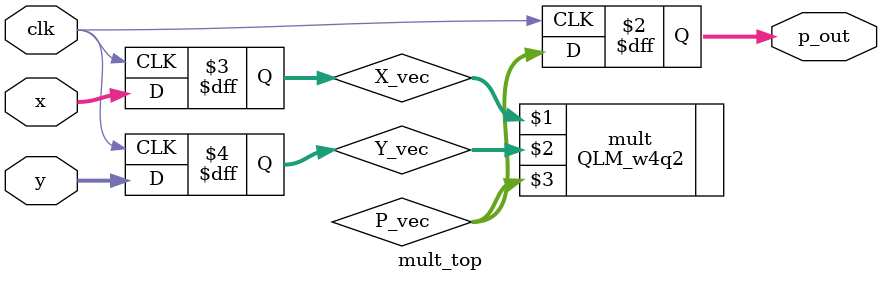
<source format=v>


module mult_top(
    // Clock and reset
    input clk,
    // Input X has a form x_i%d where %d denotes the bit number
    input  [15:0] x,
    // Input Y has a form y_i%d where %d denotes the bit number
    input  [15:0] y,
    // Output P has a form p_out%d where %d denotes the bit number
    output reg [31:0] p_out
    );

    
    // Now we have X_vec and Y_vec signal 
    // Then we do processing with these signals and store the 
    // intermidiate result in P_vec
    // For example purposes X_vec and Y_vec are concanated and stored in P_vec
    wire [31:0] P_vec;
    reg [15:0] X_vec;
    reg [15:0] Y_vec;
    
    QLM_w4q2 mult(X_vec,Y_vec,P_vec); 

 
    always @(posedge clk) 
    begin
        p_out = P_vec;
        X_vec = x;
        Y_vec = y;
    end

endmodule 


</source>
